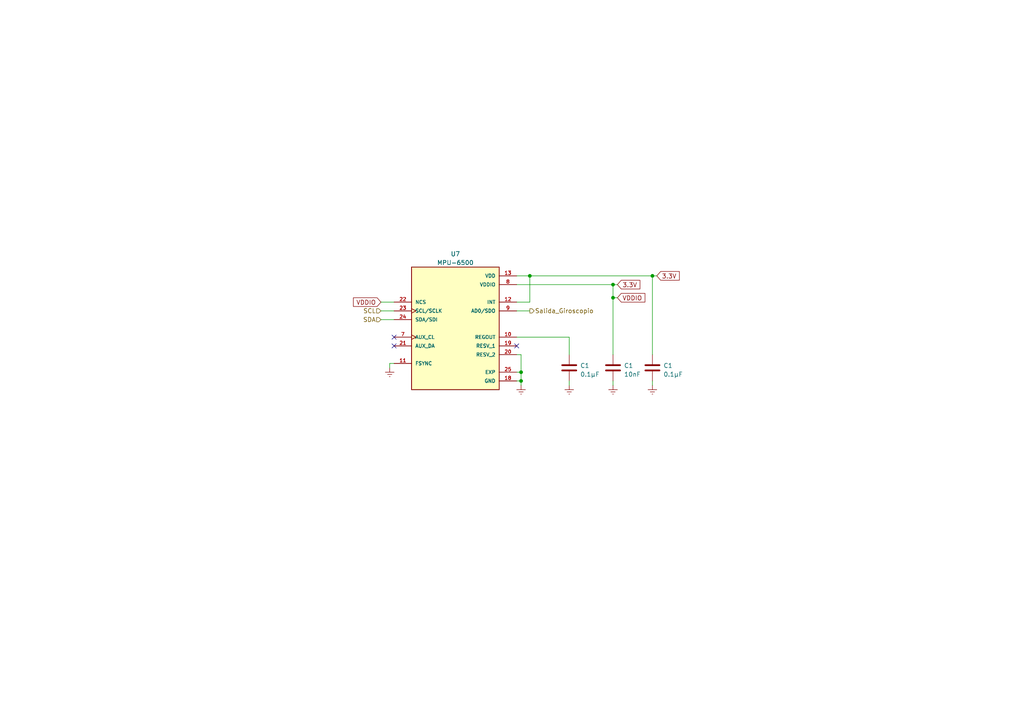
<source format=kicad_sch>
(kicad_sch (version 20230121) (generator eeschema)
  (paper "A4")
  (lib_symbols
    (symbol "Device:C" (pin_numbers hide) (pin_names (offset 0.254))
      (property "Reference" "C" (at 0.635 2.54 0))
      (property "Value" "C" (at 0.635 -2.54 0))
      (symbol "C_0_1"
        (polyline (pts (xy -2.032 -0.762) (xy 2.032 -0.762)) (stroke (width 0.508)))
        (polyline (pts (xy -2.032 0.762) (xy 2.032 0.762)) (stroke (width 0.508)))
      )
      (symbol "C_1_1"
        (pin passive line (at 0 3.81 270) (length 2.794) (name "~") (number "1"))
        (pin passive line (at 0 -3.81 90) (length 2.794) (name "~") (number "2"))
      )
    )
    (symbol "MPU-6500:MPU-6500" (pin_names (offset 1.016))
      (property "Reference" "U" (at -12.7 19.05 0))
      (property "Value" "MPU-6500" (at -12.7 -19.05 0))
      (symbol "MPU-6500_0_0"
        (rectangle (start -12.7 -17.78) (end 12.7 17.78) (stroke (width 0.254)) (fill (type background)))
        (pin output line (at 17.78 -2.54 180) (length 5.08) (name "REGOUT") (number "10"))
        (pin input line (at -17.78 -10.16 0) (length 5.08) (name "FSYNC") (number "11"))
        (pin output line (at 17.78 7.62 180) (length 5.08) (name "INT") (number "12"))
        (pin power_in line (at 17.78 15.24 180) (length 5.08) (name "VDD") (number "13"))
        (pin power_in line (at 17.78 -15.24 180) (length 5.08) (name "GND") (number "18"))
        (pin passive line (at 17.78 -5.08 180) (length 5.08) (name "RESV_1") (number "19"))
        (pin passive line (at 17.78 -7.62 180) (length 5.08) (name "RESV_2") (number "20"))
        (pin bidirectional line (at -17.78 -5.08 0) (length 5.08) (name "AUX_DA") (number "21"))
        (pin input line (at -17.78 7.62 0) (length 5.08) (name "NCS") (number "22"))
        (pin input clock (at -17.78 5.08 0) (length 5.08) (name "SCL/SCLK") (number "23"))
        (pin bidirectional line (at -17.78 2.54 0) (length 5.08) (name "SDA/SDI") (number "24"))
        (pin passive line (at 17.78 -12.7 180) (length 5.08) (name "EXP") (number "25"))
        (pin input clock (at -17.78 -2.54 0) (length 5.08) (name "AUX_CL") (number "7"))
        (pin power_in line (at 17.78 12.7 180) (length 5.08) (name "VDDIO") (number "8"))
        (pin output line (at 17.78 5.08 180) (length 5.08) (name "AD0/SDO") (number "9"))
      )
    )
    (symbol "power:Earth" (power) (pin_names (offset 0))
      (symbol "Earth_0_1"
        (polyline (pts (xy -0.635 -1.905) (xy 0.635 -1.905)))
        (polyline (pts (xy -0.127 -2.54) (xy 0.127 -2.54)))
        (polyline (pts (xy 0 -1.27) (xy 0 0)))
        (polyline (pts (xy 1.27 -1.27) (xy -1.27 -1.27)))
      )
      (symbol "Earth_1_1"
        (pin power_in line (at 0 0 270) (length 0) hide (name "Earth") (number "1"))
      )
    )
  )
  (junction (at 151.13 110.49))
  (junction (at 177.8 82.55))
  (junction (at 177.8 86.36))
  (junction (at 153.67 80.01))
  (junction (at 151.13 107.95))
  (junction (at 189.23 80.01))
  (no_connect (at 114.3 100.33))
  (no_connect (at 114.3 97.79))
  (no_connect (at 149.86 100.33))
  (wire (pts (xy 110.49 92.71) (xy 114.3 92.71)))
  (wire (pts (xy 149.86 107.95) (xy 151.13 107.95)))
  (wire (pts (xy 177.8 111.76) (xy 177.8 110.49)))
  (wire (pts (xy 149.86 90.17) (xy 153.67 90.17)))
  (wire (pts (xy 153.67 80.01) (xy 153.67 87.63)))
  (wire (pts (xy 149.86 82.55) (xy 177.8 82.55)))
  (wire (pts (xy 151.13 102.87) (xy 151.13 107.95)))
  (wire (pts (xy 149.86 87.63) (xy 153.67 87.63)))
  (wire (pts (xy 165.1 97.79) (xy 149.86 97.79)))
  (wire (pts (xy 177.8 86.36) (xy 179.07 86.36)))
  (wire (pts (xy 189.23 110.49) (xy 189.23 111.76)))
  (wire (pts (xy 151.13 110.49) (xy 149.86 110.49)))
  (wire (pts (xy 151.13 107.95) (xy 151.13 110.49)))
  (wire (pts (xy 177.8 82.55) (xy 177.8 86.36)))
  (wire (pts (xy 149.86 102.87) (xy 151.13 102.87)))
  (wire (pts (xy 110.49 87.63) (xy 114.3 87.63)))
  (wire (pts (xy 177.8 86.36) (xy 177.8 102.87)))
  (wire (pts (xy 165.1 110.49) (xy 165.1 111.76)))
  (wire (pts (xy 165.1 102.87) (xy 165.1 97.79)))
  (wire (pts (xy 177.8 82.55) (xy 179.07 82.55)))
  (wire (pts (xy 189.23 80.01) (xy 153.67 80.01)))
  (wire (pts (xy 151.13 111.76) (xy 151.13 110.49)))
  (wire (pts (xy 189.23 80.01) (xy 190.5 80.01)))
  (wire (pts (xy 110.49 90.17) (xy 114.3 90.17)))
  (wire (pts (xy 114.3 105.41) (xy 113.03 105.41)))
  (wire (pts (xy 153.67 80.01) (xy 149.86 80.01)))
  (wire (pts (xy 189.23 102.87) (xy 189.23 80.01)))
  (wire (pts (xy 113.03 105.41) (xy 113.03 106.68)))
  (global_label "3.3V" (shape input) (at 179.07 82.55 0) (property "Intersheetrefs" "${INTERSHEET_REFS}" (effects hide)))
  (global_label "3.3V" (shape input) (at 190.5 80.01 0) (property "Intersheetrefs" "${INTERSHEET_REFS}" (effects hide)))
  (global_label "VDDIO" (shape input) (at 110.49 87.63 180) (property "Intersheetrefs" "${INTERSHEET_REFS}" (effects hide)))
  (global_label "VDDIO" (shape input) (at 179.07 86.36 0) (property "Intersheetrefs" "${INTERSHEET_REFS}" (effects hide)))
  (hierarchical_label "SDA" (shape input) (at 110.49 92.71 180))
  (hierarchical_label "Salida_Giroscopio" (shape output) (at 153.67 90.17 0))
  (hierarchical_label "SCL" (shape input) (at 110.49 90.17 180))
  (symbol (lib_id "power:Earth") (at 177.8 111.76 0) (unit 1)
    (property "Reference" "#PWR03" (effects hide))
    (property "Value" "Earth" (effects hide))
    (instances (project "KISS_V2" (path "" (reference "#PWR03") (unit 1)) (path "" (reference "#PWR013") (unit 1)) (path "" (reference "#PWR016") (unit 1))))
  )
  (symbol (lib_id "power:Earth") (at 189.23 111.76 0) (unit 1)
    (property "Reference" "#PWR03" (effects hide))
    (property "Value" "Earth" (effects hide))
    (instances (project "KISS_V2" (path "" (reference "#PWR03") (unit 1)) (path "" (reference "#PWR013") (unit 1)) (path "" (reference "#PWR017") (unit 1))))
  )
  (symbol (lib_id "power:Earth") (at 151.13 111.76 0) (unit 1)
    (property "Reference" "#PWR03" (effects hide))
    (property "Value" "Earth" (effects hide))
    (instances (project "KISS_V2" (path "" (reference "#PWR03") (unit 1)) (path "" (reference "#PWR013") (unit 1)) (path "" (reference "#PWR013") (unit 1))))
  )
  (symbol (lib_id "Device:C") (at 189.23 106.68 0) (unit 1)
    (property "Reference" "C1" (at 192.405 106.045 0) (effects (justify left)))
    (property "Value" "0.1μF" (at 192.405 108.585 0) (effects (justify left)))
    (property "Footprint" "Capacitor_SMD:C_0603_1608Metric_Pad1.08x0.95mm_HandSolder" (effects hide))
    (instances (project "KISS_V2" (path "" (reference "C1") (unit 1)) (path "" (reference "C14") (unit 1))))
  )
  (symbol (lib_id "MPU-6500:MPU-6500") (at 132.08 95.25 0) (unit 1)
    (property "Reference" "U7" (at 132.08 73.66 0))
    (property "Value" "MPU-6500" (at 132.08 76.2 0))
    (property "Footprint" "MPU-6500:QFN40P300X300X95-25N" (effects hide))
    (property "B_MIN" "0.15" (effects hide))
    (property "D_NOM" "3.0" (effects hide))
    (property "MAXIMUM_PACKAGE_HEIGHT" "0.95 mm" (effects hide))
    (property "D2_NOM" "1.7" (effects hide))
    (property "E2_NOM" "1.54" (effects hide))
    (property "E_NOM" "3.0" (effects hide))
    (property "D_MIN" "2.9" (effects hide))
    (property "PARTREV" "1.3" (effects hide))
    (property "L_NOM" "0.3" (effects hide))
    (property "L_MAX" "0.25" (effects hide))
    (property "PIN_COUNT_D" "6.0" (effects hide))
    (property "PIN_COUNT_E" "6.0" (effects hide))
    (property "D_MAX" "3.1" (effects hide))
    (property "ENOM" "0.4" (effects hide))
    (property "L_MIN" "0.15" (effects hide))
    (property "MANUFACTURER" "TDK InvenSense" (effects hide))
    (property "STANDARD" "IPC 7351B" (effects hide))
    (property "B_MAX" "0.25" (effects hide))
    (property "E_MIN" "2.9" (effects hide))
    (property "E_MAX" "3.1" (effects hide))
    (property "B_NOM" "0.2" (effects hide))
  )
  (symbol (lib_id "Device:C") (at 165.1 106.68 0) (unit 1)
    (property "Reference" "C1" (at 168.275 106.045 0) (effects (justify left)))
    (property "Value" "0.1μF" (at 168.275 108.585 0) (effects (justify left)))
    (property "Footprint" "Capacitor_SMD:C_0603_1608Metric_Pad1.08x0.95mm_HandSolder" (effects hide))
    (instances (project "KISS_V2" (path "" (reference "C1") (unit 1)) (path "" (reference "C12") (unit 1))))
  )
  (symbol (lib_id "power:Earth") (at 165.1 111.76 0) (unit 1)
    (property "Reference" "#PWR03" (effects hide))
    (property "Value" "Earth" (effects hide))
    (instances (project "KISS_V2" (path "" (reference "#PWR03") (unit 1)) (path "" (reference "#PWR013") (unit 1)) (path "" (reference "#PWR015") (unit 1))))
  )
  (symbol (lib_id "Device:C") (at 177.8 106.68 0) (unit 1)
    (property "Reference" "C1" (at 180.975 106.045 0) (effects (justify left)))
    (property "Value" "10nF" (at 180.975 108.585 0) (effects (justify left)))
    (property "Footprint" "Capacitor_SMD:C_0603_1608Metric_Pad1.08x0.95mm_HandSolder" (effects hide))
    (instances (project "KISS_V2" (path "" (reference "C1") (unit 1)) (path "" (reference "C13") (unit 1))))
  )
  (symbol (lib_id "power:Earth") (at 113.03 106.68 0) (unit 1)
    (property "Reference" "#PWR03" (effects hide))
    (property "Value" "Earth" (effects hide))
    (instances (project "KISS_V2" (path "" (reference "#PWR03") (unit 1)) (path "" (reference "#PWR013") (unit 1)) (path "" (reference "#PWR012") (unit 1))))
  )
)
</source>
